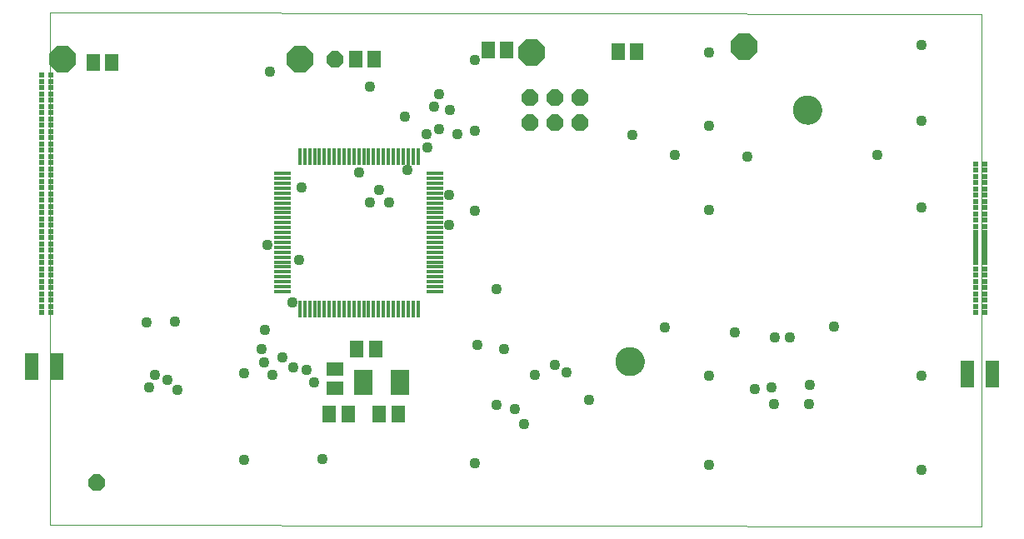
<source format=gbs>
G75*
%MOIN*%
%OFA0B0*%
%FSLAX25Y25*%
%IPPOS*%
%LPD*%
%AMOC8*
5,1,8,0,0,1.08239X$1,22.5*
%
%ADD10C,0.00000*%
%ADD11OC8,0.06600*%
%ADD12R,0.07293X0.10049*%
%ADD13R,0.05718X0.06506*%
%ADD14R,0.06899X0.05718*%
%ADD15R,0.05718X0.06899*%
%ADD16R,0.01663X0.06506*%
%ADD17R,0.06506X0.01663*%
%ADD18OC8,0.10600*%
%ADD19R,0.02100X0.02100*%
%ADD20C,0.11624*%
%ADD21R,0.05600X0.10600*%
%ADD22C,0.04362*%
D10*
X0014000Y0001800D02*
X0014000Y0206761D01*
X0386701Y0206261D01*
X0386701Y0001300D01*
X0014000Y0001800D01*
X0240488Y0067300D02*
X0240490Y0067448D01*
X0240496Y0067596D01*
X0240506Y0067744D01*
X0240520Y0067891D01*
X0240538Y0068038D01*
X0240559Y0068184D01*
X0240585Y0068330D01*
X0240615Y0068475D01*
X0240648Y0068619D01*
X0240686Y0068762D01*
X0240727Y0068904D01*
X0240772Y0069045D01*
X0240820Y0069185D01*
X0240873Y0069324D01*
X0240929Y0069461D01*
X0240989Y0069596D01*
X0241052Y0069730D01*
X0241119Y0069862D01*
X0241190Y0069992D01*
X0241264Y0070120D01*
X0241341Y0070246D01*
X0241422Y0070370D01*
X0241506Y0070492D01*
X0241593Y0070611D01*
X0241684Y0070728D01*
X0241778Y0070843D01*
X0241874Y0070955D01*
X0241974Y0071065D01*
X0242076Y0071171D01*
X0242182Y0071275D01*
X0242290Y0071376D01*
X0242401Y0071474D01*
X0242514Y0071570D01*
X0242630Y0071662D01*
X0242748Y0071751D01*
X0242869Y0071836D01*
X0242992Y0071919D01*
X0243117Y0071998D01*
X0243244Y0072074D01*
X0243373Y0072146D01*
X0243504Y0072215D01*
X0243637Y0072280D01*
X0243772Y0072341D01*
X0243908Y0072399D01*
X0244045Y0072454D01*
X0244184Y0072504D01*
X0244325Y0072551D01*
X0244466Y0072594D01*
X0244609Y0072634D01*
X0244753Y0072669D01*
X0244897Y0072701D01*
X0245043Y0072728D01*
X0245189Y0072752D01*
X0245336Y0072772D01*
X0245483Y0072788D01*
X0245630Y0072800D01*
X0245778Y0072808D01*
X0245926Y0072812D01*
X0246074Y0072812D01*
X0246222Y0072808D01*
X0246370Y0072800D01*
X0246517Y0072788D01*
X0246664Y0072772D01*
X0246811Y0072752D01*
X0246957Y0072728D01*
X0247103Y0072701D01*
X0247247Y0072669D01*
X0247391Y0072634D01*
X0247534Y0072594D01*
X0247675Y0072551D01*
X0247816Y0072504D01*
X0247955Y0072454D01*
X0248092Y0072399D01*
X0248228Y0072341D01*
X0248363Y0072280D01*
X0248496Y0072215D01*
X0248627Y0072146D01*
X0248756Y0072074D01*
X0248883Y0071998D01*
X0249008Y0071919D01*
X0249131Y0071836D01*
X0249252Y0071751D01*
X0249370Y0071662D01*
X0249486Y0071570D01*
X0249599Y0071474D01*
X0249710Y0071376D01*
X0249818Y0071275D01*
X0249924Y0071171D01*
X0250026Y0071065D01*
X0250126Y0070955D01*
X0250222Y0070843D01*
X0250316Y0070728D01*
X0250407Y0070611D01*
X0250494Y0070492D01*
X0250578Y0070370D01*
X0250659Y0070246D01*
X0250736Y0070120D01*
X0250810Y0069992D01*
X0250881Y0069862D01*
X0250948Y0069730D01*
X0251011Y0069596D01*
X0251071Y0069461D01*
X0251127Y0069324D01*
X0251180Y0069185D01*
X0251228Y0069045D01*
X0251273Y0068904D01*
X0251314Y0068762D01*
X0251352Y0068619D01*
X0251385Y0068475D01*
X0251415Y0068330D01*
X0251441Y0068184D01*
X0251462Y0068038D01*
X0251480Y0067891D01*
X0251494Y0067744D01*
X0251504Y0067596D01*
X0251510Y0067448D01*
X0251512Y0067300D01*
X0251510Y0067152D01*
X0251504Y0067004D01*
X0251494Y0066856D01*
X0251480Y0066709D01*
X0251462Y0066562D01*
X0251441Y0066416D01*
X0251415Y0066270D01*
X0251385Y0066125D01*
X0251352Y0065981D01*
X0251314Y0065838D01*
X0251273Y0065696D01*
X0251228Y0065555D01*
X0251180Y0065415D01*
X0251127Y0065276D01*
X0251071Y0065139D01*
X0251011Y0065004D01*
X0250948Y0064870D01*
X0250881Y0064738D01*
X0250810Y0064608D01*
X0250736Y0064480D01*
X0250659Y0064354D01*
X0250578Y0064230D01*
X0250494Y0064108D01*
X0250407Y0063989D01*
X0250316Y0063872D01*
X0250222Y0063757D01*
X0250126Y0063645D01*
X0250026Y0063535D01*
X0249924Y0063429D01*
X0249818Y0063325D01*
X0249710Y0063224D01*
X0249599Y0063126D01*
X0249486Y0063030D01*
X0249370Y0062938D01*
X0249252Y0062849D01*
X0249131Y0062764D01*
X0249008Y0062681D01*
X0248883Y0062602D01*
X0248756Y0062526D01*
X0248627Y0062454D01*
X0248496Y0062385D01*
X0248363Y0062320D01*
X0248228Y0062259D01*
X0248092Y0062201D01*
X0247955Y0062146D01*
X0247816Y0062096D01*
X0247675Y0062049D01*
X0247534Y0062006D01*
X0247391Y0061966D01*
X0247247Y0061931D01*
X0247103Y0061899D01*
X0246957Y0061872D01*
X0246811Y0061848D01*
X0246664Y0061828D01*
X0246517Y0061812D01*
X0246370Y0061800D01*
X0246222Y0061792D01*
X0246074Y0061788D01*
X0245926Y0061788D01*
X0245778Y0061792D01*
X0245630Y0061800D01*
X0245483Y0061812D01*
X0245336Y0061828D01*
X0245189Y0061848D01*
X0245043Y0061872D01*
X0244897Y0061899D01*
X0244753Y0061931D01*
X0244609Y0061966D01*
X0244466Y0062006D01*
X0244325Y0062049D01*
X0244184Y0062096D01*
X0244045Y0062146D01*
X0243908Y0062201D01*
X0243772Y0062259D01*
X0243637Y0062320D01*
X0243504Y0062385D01*
X0243373Y0062454D01*
X0243244Y0062526D01*
X0243117Y0062602D01*
X0242992Y0062681D01*
X0242869Y0062764D01*
X0242748Y0062849D01*
X0242630Y0062938D01*
X0242514Y0063030D01*
X0242401Y0063126D01*
X0242290Y0063224D01*
X0242182Y0063325D01*
X0242076Y0063429D01*
X0241974Y0063535D01*
X0241874Y0063645D01*
X0241778Y0063757D01*
X0241684Y0063872D01*
X0241593Y0063989D01*
X0241506Y0064108D01*
X0241422Y0064230D01*
X0241341Y0064354D01*
X0241264Y0064480D01*
X0241190Y0064608D01*
X0241119Y0064738D01*
X0241052Y0064870D01*
X0240989Y0065004D01*
X0240929Y0065139D01*
X0240873Y0065276D01*
X0240820Y0065415D01*
X0240772Y0065555D01*
X0240727Y0065696D01*
X0240686Y0065838D01*
X0240648Y0065981D01*
X0240615Y0066125D01*
X0240585Y0066270D01*
X0240559Y0066416D01*
X0240538Y0066562D01*
X0240520Y0066709D01*
X0240506Y0066856D01*
X0240496Y0067004D01*
X0240490Y0067152D01*
X0240488Y0067300D01*
X0311488Y0167800D02*
X0311490Y0167948D01*
X0311496Y0168096D01*
X0311506Y0168244D01*
X0311520Y0168391D01*
X0311538Y0168538D01*
X0311559Y0168684D01*
X0311585Y0168830D01*
X0311615Y0168975D01*
X0311648Y0169119D01*
X0311686Y0169262D01*
X0311727Y0169404D01*
X0311772Y0169545D01*
X0311820Y0169685D01*
X0311873Y0169824D01*
X0311929Y0169961D01*
X0311989Y0170096D01*
X0312052Y0170230D01*
X0312119Y0170362D01*
X0312190Y0170492D01*
X0312264Y0170620D01*
X0312341Y0170746D01*
X0312422Y0170870D01*
X0312506Y0170992D01*
X0312593Y0171111D01*
X0312684Y0171228D01*
X0312778Y0171343D01*
X0312874Y0171455D01*
X0312974Y0171565D01*
X0313076Y0171671D01*
X0313182Y0171775D01*
X0313290Y0171876D01*
X0313401Y0171974D01*
X0313514Y0172070D01*
X0313630Y0172162D01*
X0313748Y0172251D01*
X0313869Y0172336D01*
X0313992Y0172419D01*
X0314117Y0172498D01*
X0314244Y0172574D01*
X0314373Y0172646D01*
X0314504Y0172715D01*
X0314637Y0172780D01*
X0314772Y0172841D01*
X0314908Y0172899D01*
X0315045Y0172954D01*
X0315184Y0173004D01*
X0315325Y0173051D01*
X0315466Y0173094D01*
X0315609Y0173134D01*
X0315753Y0173169D01*
X0315897Y0173201D01*
X0316043Y0173228D01*
X0316189Y0173252D01*
X0316336Y0173272D01*
X0316483Y0173288D01*
X0316630Y0173300D01*
X0316778Y0173308D01*
X0316926Y0173312D01*
X0317074Y0173312D01*
X0317222Y0173308D01*
X0317370Y0173300D01*
X0317517Y0173288D01*
X0317664Y0173272D01*
X0317811Y0173252D01*
X0317957Y0173228D01*
X0318103Y0173201D01*
X0318247Y0173169D01*
X0318391Y0173134D01*
X0318534Y0173094D01*
X0318675Y0173051D01*
X0318816Y0173004D01*
X0318955Y0172954D01*
X0319092Y0172899D01*
X0319228Y0172841D01*
X0319363Y0172780D01*
X0319496Y0172715D01*
X0319627Y0172646D01*
X0319756Y0172574D01*
X0319883Y0172498D01*
X0320008Y0172419D01*
X0320131Y0172336D01*
X0320252Y0172251D01*
X0320370Y0172162D01*
X0320486Y0172070D01*
X0320599Y0171974D01*
X0320710Y0171876D01*
X0320818Y0171775D01*
X0320924Y0171671D01*
X0321026Y0171565D01*
X0321126Y0171455D01*
X0321222Y0171343D01*
X0321316Y0171228D01*
X0321407Y0171111D01*
X0321494Y0170992D01*
X0321578Y0170870D01*
X0321659Y0170746D01*
X0321736Y0170620D01*
X0321810Y0170492D01*
X0321881Y0170362D01*
X0321948Y0170230D01*
X0322011Y0170096D01*
X0322071Y0169961D01*
X0322127Y0169824D01*
X0322180Y0169685D01*
X0322228Y0169545D01*
X0322273Y0169404D01*
X0322314Y0169262D01*
X0322352Y0169119D01*
X0322385Y0168975D01*
X0322415Y0168830D01*
X0322441Y0168684D01*
X0322462Y0168538D01*
X0322480Y0168391D01*
X0322494Y0168244D01*
X0322504Y0168096D01*
X0322510Y0167948D01*
X0322512Y0167800D01*
X0322510Y0167652D01*
X0322504Y0167504D01*
X0322494Y0167356D01*
X0322480Y0167209D01*
X0322462Y0167062D01*
X0322441Y0166916D01*
X0322415Y0166770D01*
X0322385Y0166625D01*
X0322352Y0166481D01*
X0322314Y0166338D01*
X0322273Y0166196D01*
X0322228Y0166055D01*
X0322180Y0165915D01*
X0322127Y0165776D01*
X0322071Y0165639D01*
X0322011Y0165504D01*
X0321948Y0165370D01*
X0321881Y0165238D01*
X0321810Y0165108D01*
X0321736Y0164980D01*
X0321659Y0164854D01*
X0321578Y0164730D01*
X0321494Y0164608D01*
X0321407Y0164489D01*
X0321316Y0164372D01*
X0321222Y0164257D01*
X0321126Y0164145D01*
X0321026Y0164035D01*
X0320924Y0163929D01*
X0320818Y0163825D01*
X0320710Y0163724D01*
X0320599Y0163626D01*
X0320486Y0163530D01*
X0320370Y0163438D01*
X0320252Y0163349D01*
X0320131Y0163264D01*
X0320008Y0163181D01*
X0319883Y0163102D01*
X0319756Y0163026D01*
X0319627Y0162954D01*
X0319496Y0162885D01*
X0319363Y0162820D01*
X0319228Y0162759D01*
X0319092Y0162701D01*
X0318955Y0162646D01*
X0318816Y0162596D01*
X0318675Y0162549D01*
X0318534Y0162506D01*
X0318391Y0162466D01*
X0318247Y0162431D01*
X0318103Y0162399D01*
X0317957Y0162372D01*
X0317811Y0162348D01*
X0317664Y0162328D01*
X0317517Y0162312D01*
X0317370Y0162300D01*
X0317222Y0162292D01*
X0317074Y0162288D01*
X0316926Y0162288D01*
X0316778Y0162292D01*
X0316630Y0162300D01*
X0316483Y0162312D01*
X0316336Y0162328D01*
X0316189Y0162348D01*
X0316043Y0162372D01*
X0315897Y0162399D01*
X0315753Y0162431D01*
X0315609Y0162466D01*
X0315466Y0162506D01*
X0315325Y0162549D01*
X0315184Y0162596D01*
X0315045Y0162646D01*
X0314908Y0162701D01*
X0314772Y0162759D01*
X0314637Y0162820D01*
X0314504Y0162885D01*
X0314373Y0162954D01*
X0314244Y0163026D01*
X0314117Y0163102D01*
X0313992Y0163181D01*
X0313869Y0163264D01*
X0313748Y0163349D01*
X0313630Y0163438D01*
X0313514Y0163530D01*
X0313401Y0163626D01*
X0313290Y0163724D01*
X0313182Y0163825D01*
X0313076Y0163929D01*
X0312974Y0164035D01*
X0312874Y0164145D01*
X0312778Y0164257D01*
X0312684Y0164372D01*
X0312593Y0164489D01*
X0312506Y0164608D01*
X0312422Y0164730D01*
X0312341Y0164854D01*
X0312264Y0164980D01*
X0312190Y0165108D01*
X0312119Y0165238D01*
X0312052Y0165370D01*
X0311989Y0165504D01*
X0311929Y0165639D01*
X0311873Y0165776D01*
X0311820Y0165915D01*
X0311772Y0166055D01*
X0311727Y0166196D01*
X0311686Y0166338D01*
X0311648Y0166481D01*
X0311615Y0166625D01*
X0311585Y0166770D01*
X0311559Y0166916D01*
X0311538Y0167062D01*
X0311520Y0167209D01*
X0311506Y0167356D01*
X0311496Y0167504D01*
X0311490Y0167652D01*
X0311488Y0167800D01*
D11*
X0226000Y0162800D03*
X0216000Y0162800D03*
X0206000Y0162800D03*
X0206000Y0172800D03*
X0216000Y0172800D03*
X0226000Y0172800D03*
X0128000Y0188300D03*
X0032500Y0018800D03*
D12*
X0139217Y0058800D03*
X0153783Y0058800D03*
D13*
X0153240Y0046300D03*
X0145760Y0046300D03*
X0133240Y0046300D03*
X0125760Y0046300D03*
D14*
X0128000Y0056560D03*
X0128000Y0064040D03*
D15*
X0136760Y0072300D03*
X0144240Y0072300D03*
X0038740Y0186800D03*
X0031260Y0186800D03*
X0136260Y0188300D03*
X0143740Y0188300D03*
X0189260Y0191800D03*
X0196740Y0191800D03*
X0241260Y0191300D03*
X0248740Y0191300D03*
D16*
X0161122Y0149312D03*
X0159154Y0149312D03*
X0157185Y0149312D03*
X0155217Y0149312D03*
X0153248Y0149312D03*
X0151280Y0149312D03*
X0149311Y0149312D03*
X0147343Y0149312D03*
X0145374Y0149312D03*
X0143406Y0149312D03*
X0141437Y0149312D03*
X0139469Y0149312D03*
X0137500Y0149312D03*
X0135531Y0149312D03*
X0133563Y0149312D03*
X0131594Y0149312D03*
X0129626Y0149312D03*
X0127657Y0149312D03*
X0125689Y0149312D03*
X0123720Y0149312D03*
X0121752Y0149312D03*
X0119783Y0149312D03*
X0117815Y0149312D03*
X0115846Y0149312D03*
X0113878Y0149312D03*
X0113878Y0088288D03*
X0115846Y0088288D03*
X0117815Y0088288D03*
X0119783Y0088288D03*
X0121752Y0088288D03*
X0123720Y0088288D03*
X0125689Y0088288D03*
X0127657Y0088288D03*
X0129626Y0088288D03*
X0131594Y0088288D03*
X0133563Y0088288D03*
X0135531Y0088288D03*
X0137500Y0088288D03*
X0139469Y0088288D03*
X0141437Y0088288D03*
X0143406Y0088288D03*
X0145374Y0088288D03*
X0147343Y0088288D03*
X0149311Y0088288D03*
X0151280Y0088288D03*
X0153248Y0088288D03*
X0155217Y0088288D03*
X0157185Y0088288D03*
X0159154Y0088288D03*
X0161122Y0088288D03*
D17*
X0168012Y0095178D03*
X0168012Y0097146D03*
X0168012Y0099115D03*
X0168012Y0101083D03*
X0168012Y0103052D03*
X0168012Y0105020D03*
X0168012Y0106989D03*
X0168012Y0108957D03*
X0168012Y0110926D03*
X0168012Y0112894D03*
X0168012Y0114863D03*
X0168012Y0116831D03*
X0168012Y0118800D03*
X0168012Y0120769D03*
X0168012Y0122737D03*
X0168012Y0124706D03*
X0168012Y0126674D03*
X0168012Y0128643D03*
X0168012Y0130611D03*
X0168012Y0132580D03*
X0168012Y0134548D03*
X0168012Y0136517D03*
X0168012Y0138485D03*
X0168012Y0140454D03*
X0168012Y0142422D03*
X0106988Y0142422D03*
X0106988Y0140454D03*
X0106988Y0138485D03*
X0106988Y0136517D03*
X0106988Y0134548D03*
X0106988Y0132580D03*
X0106988Y0130611D03*
X0106988Y0128643D03*
X0106988Y0126674D03*
X0106988Y0124706D03*
X0106988Y0122737D03*
X0106988Y0120769D03*
X0106988Y0118800D03*
X0106988Y0116831D03*
X0106988Y0114863D03*
X0106988Y0112894D03*
X0106988Y0110926D03*
X0106988Y0108957D03*
X0106988Y0106989D03*
X0106988Y0105020D03*
X0106988Y0103052D03*
X0106988Y0101083D03*
X0106988Y0099115D03*
X0106988Y0097146D03*
X0106988Y0095178D03*
D18*
X0114000Y0188300D03*
X0206500Y0190800D03*
X0291500Y0193300D03*
X0019000Y0188300D03*
D19*
X0014287Y0181800D03*
X0010713Y0181800D03*
X0010713Y0179300D03*
X0010713Y0176800D03*
X0010713Y0174300D03*
X0010713Y0171800D03*
X0010713Y0169300D03*
X0010713Y0166800D03*
X0014287Y0166800D03*
X0014287Y0169300D03*
X0014287Y0171800D03*
X0014287Y0174300D03*
X0014287Y0176800D03*
X0014287Y0179300D03*
X0014287Y0164300D03*
X0014287Y0161800D03*
X0014287Y0159300D03*
X0014287Y0156800D03*
X0014287Y0154300D03*
X0014287Y0151800D03*
X0010713Y0151800D03*
X0010713Y0154300D03*
X0010713Y0156800D03*
X0010713Y0159300D03*
X0010713Y0161800D03*
X0010713Y0164300D03*
X0010713Y0149300D03*
X0010713Y0146800D03*
X0010713Y0144300D03*
X0010713Y0141800D03*
X0010713Y0139300D03*
X0010713Y0136800D03*
X0014287Y0136800D03*
X0014287Y0139300D03*
X0014287Y0141800D03*
X0014287Y0144300D03*
X0014287Y0146800D03*
X0014287Y0149300D03*
X0014287Y0134300D03*
X0014287Y0131800D03*
X0014287Y0129300D03*
X0014287Y0126800D03*
X0014287Y0124300D03*
X0014287Y0121800D03*
X0010713Y0121800D03*
X0010713Y0124300D03*
X0010713Y0126800D03*
X0010713Y0129300D03*
X0010713Y0131800D03*
X0010713Y0134300D03*
X0010713Y0119300D03*
X0010713Y0116800D03*
X0010713Y0114300D03*
X0010713Y0111800D03*
X0010713Y0109300D03*
X0010713Y0106800D03*
X0014287Y0106800D03*
X0014287Y0109300D03*
X0014287Y0111800D03*
X0014287Y0114300D03*
X0014287Y0116800D03*
X0014287Y0119300D03*
X0014287Y0104300D03*
X0014287Y0101800D03*
X0014287Y0099300D03*
X0014287Y0096800D03*
X0014287Y0094300D03*
X0010713Y0094300D03*
X0010713Y0096800D03*
X0010713Y0099300D03*
X0010713Y0101800D03*
X0010713Y0104300D03*
X0010713Y0091800D03*
X0010713Y0089300D03*
X0010713Y0086800D03*
X0014287Y0086800D03*
X0014287Y0089300D03*
X0014287Y0091800D03*
X0384213Y0091800D03*
X0384213Y0089300D03*
X0384213Y0086800D03*
X0387787Y0086800D03*
X0387787Y0089300D03*
X0387787Y0091800D03*
X0387787Y0094300D03*
X0387787Y0096800D03*
X0387787Y0099300D03*
X0387787Y0101800D03*
X0387787Y0104300D03*
X0384213Y0104300D03*
X0384213Y0101800D03*
X0384213Y0099300D03*
X0384213Y0096800D03*
X0384213Y0094300D03*
X0384213Y0106800D03*
X0384213Y0108800D03*
X0384213Y0110800D03*
X0384213Y0112800D03*
X0384213Y0114800D03*
X0384213Y0116800D03*
X0384213Y0118800D03*
X0384213Y0121300D03*
X0384213Y0123800D03*
X0387787Y0123800D03*
X0387787Y0121300D03*
X0387787Y0118800D03*
X0387787Y0116800D03*
X0387787Y0114800D03*
X0387787Y0112800D03*
X0387787Y0110800D03*
X0387787Y0108800D03*
X0387787Y0106800D03*
X0387787Y0126300D03*
X0387787Y0128800D03*
X0387787Y0131300D03*
X0387787Y0133800D03*
X0387787Y0136300D03*
X0387787Y0138800D03*
X0384213Y0138800D03*
X0384213Y0136300D03*
X0384213Y0133800D03*
X0384213Y0131300D03*
X0384213Y0128800D03*
X0384213Y0126300D03*
X0384213Y0141300D03*
X0384213Y0143800D03*
X0384213Y0146300D03*
X0387787Y0146300D03*
X0387787Y0143800D03*
X0387787Y0141300D03*
D20*
X0317000Y0167800D03*
X0246000Y0067300D03*
D21*
X0381000Y0062300D03*
X0391000Y0062300D03*
X0016500Y0065300D03*
X0006500Y0065300D03*
D22*
X0053500Y0056800D03*
X0056000Y0061800D03*
X0061000Y0059800D03*
X0065000Y0055800D03*
X0091500Y0062398D03*
X0099500Y0066800D03*
X0107000Y0068800D03*
X0111280Y0064800D03*
X0116500Y0063800D03*
X0119500Y0058800D03*
X0103000Y0061800D03*
X0098500Y0072300D03*
X0100000Y0079800D03*
X0111000Y0090800D03*
X0113500Y0107800D03*
X0101000Y0113800D03*
X0142000Y0130800D03*
X0145500Y0135800D03*
X0149500Y0130800D03*
X0137500Y0142800D03*
X0157000Y0143800D03*
X0165000Y0152800D03*
X0164500Y0158300D03*
X0169500Y0160300D03*
X0177000Y0158300D03*
X0184000Y0159398D03*
X0174000Y0167800D03*
X0167500Y0169300D03*
X0169500Y0174300D03*
X0156000Y0165300D03*
X0142000Y0177300D03*
X0102000Y0183300D03*
X0114500Y0136800D03*
X0173500Y0133800D03*
X0184000Y0127398D03*
X0173500Y0121800D03*
X0192500Y0096300D03*
X0185000Y0073800D03*
X0195500Y0072300D03*
X0208000Y0061800D03*
X0216000Y0065800D03*
X0220500Y0062800D03*
X0229500Y0051800D03*
X0203500Y0042300D03*
X0200000Y0048300D03*
X0192500Y0049800D03*
X0184000Y0026398D03*
X0133240Y0046300D03*
X0123000Y0028300D03*
X0091500Y0027898D03*
X0064000Y0083300D03*
X0052500Y0082800D03*
X0184000Y0187898D03*
X0247000Y0157800D03*
X0264000Y0149800D03*
X0277500Y0161398D03*
X0293000Y0149300D03*
X0277500Y0127898D03*
X0345000Y0149800D03*
X0362500Y0163398D03*
X0362500Y0193898D03*
X0277500Y0190898D03*
X0362500Y0128898D03*
X0327500Y0081300D03*
X0310000Y0076800D03*
X0304000Y0076800D03*
X0288000Y0078800D03*
X0260000Y0080800D03*
X0277500Y0061398D03*
X0296000Y0056300D03*
X0302500Y0056800D03*
X0303500Y0050300D03*
X0317500Y0050300D03*
X0318000Y0057800D03*
X0362500Y0061398D03*
X0362500Y0023898D03*
X0277500Y0025800D03*
M02*

</source>
